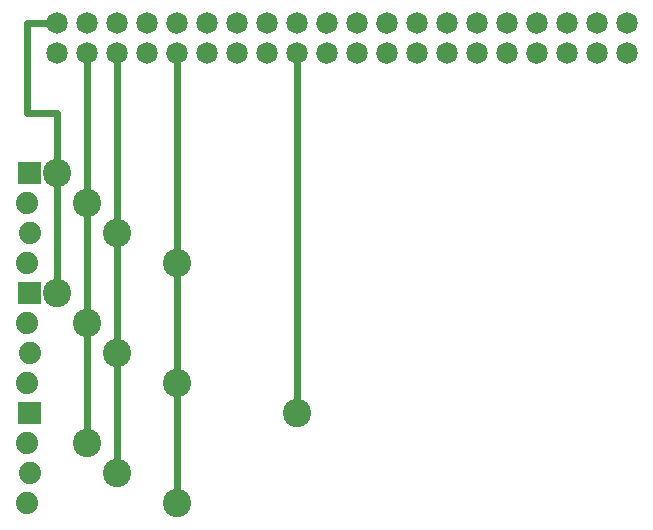
<source format=gtl>
G04 MADE WITH FRITZING*
G04 WWW.FRITZING.ORG*
G04 DOUBLE SIDED*
G04 HOLES PLATED*
G04 CONTOUR ON CENTER OF CONTOUR VECTOR*
%ASAXBY*%
%FSLAX23Y23*%
%MOIN*%
%OFA0B0*%
%SFA1.0B1.0*%
%ADD10C,0.074000*%
%ADD11C,0.094488*%
%ADD12C,0.071889*%
%ADD13C,0.071917*%
%ADD14C,0.024000*%
%ADD15R,0.001000X0.001000*%
%LNCOPPER1*%
G90*
G70*
G54D10*
X158Y416D03*
X148Y316D03*
X158Y216D03*
X148Y116D03*
X158Y416D03*
X148Y316D03*
X158Y216D03*
X148Y116D03*
X158Y816D03*
X148Y716D03*
X158Y616D03*
X148Y516D03*
X158Y816D03*
X148Y716D03*
X158Y616D03*
X148Y516D03*
X158Y1216D03*
X148Y1116D03*
X158Y1016D03*
X148Y916D03*
X158Y1216D03*
X148Y1116D03*
X158Y1016D03*
X148Y916D03*
G54D11*
X248Y1216D03*
X248Y816D03*
X648Y116D03*
X448Y216D03*
X348Y316D03*
X648Y516D03*
X448Y616D03*
X348Y716D03*
X648Y916D03*
X448Y1016D03*
X348Y1116D03*
G54D12*
X248Y1616D03*
X348Y1616D03*
X448Y1616D03*
X548Y1616D03*
G54D13*
X648Y1616D03*
G54D12*
X748Y1616D03*
X848Y1616D03*
X948Y1616D03*
X1048Y1616D03*
G54D13*
X1148Y1616D03*
G54D12*
X1248Y1616D03*
G54D13*
X1348Y1616D03*
G54D12*
X1448Y1616D03*
X1548Y1616D03*
X1648Y1616D03*
X1748Y1616D03*
G54D13*
X1848Y1616D03*
G54D12*
X1948Y1616D03*
X2048Y1616D03*
X2148Y1616D03*
X2148Y1716D03*
X2048Y1716D03*
X1948Y1716D03*
G54D13*
X1848Y1716D03*
G54D12*
X1748Y1716D03*
X1648Y1716D03*
X1548Y1716D03*
X1448Y1716D03*
G54D13*
X1348Y1716D03*
G54D12*
X1248Y1716D03*
G54D13*
X1148Y1716D03*
G54D12*
X1048Y1716D03*
X948Y1716D03*
X848Y1716D03*
X748Y1716D03*
G54D13*
X648Y1716D03*
G54D12*
X548Y1716D03*
X448Y1716D03*
X348Y1716D03*
X248Y1716D03*
G54D11*
X1048Y416D03*
G54D14*
X248Y842D02*
X248Y1189D01*
D02*
X348Y743D02*
X348Y1089D01*
D02*
X448Y643D02*
X448Y989D01*
D02*
X648Y543D02*
X648Y889D01*
D02*
X348Y343D02*
X348Y689D01*
D02*
X448Y243D02*
X448Y589D01*
D02*
X648Y143D02*
X648Y489D01*
D02*
X248Y1416D02*
X148Y1416D01*
D02*
X148Y1416D02*
X148Y1716D01*
D02*
X248Y1242D02*
X248Y1416D01*
D02*
X148Y1716D02*
X214Y1716D01*
D02*
X348Y1142D02*
X348Y1582D01*
D02*
X448Y1042D02*
X448Y1582D01*
D02*
X648Y942D02*
X648Y1582D01*
D02*
X1048Y442D02*
X1048Y1582D01*
G54D15*
X121Y1252D02*
X194Y1252D01*
X121Y1251D02*
X194Y1251D01*
X121Y1250D02*
X194Y1250D01*
X121Y1249D02*
X194Y1249D01*
X121Y1248D02*
X194Y1248D01*
X121Y1247D02*
X194Y1247D01*
X121Y1246D02*
X194Y1246D01*
X121Y1245D02*
X194Y1245D01*
X121Y1244D02*
X194Y1244D01*
X121Y1243D02*
X194Y1243D01*
X121Y1242D02*
X194Y1242D01*
X121Y1241D02*
X194Y1241D01*
X121Y1240D02*
X194Y1240D01*
X121Y1239D02*
X194Y1239D01*
X121Y1238D02*
X194Y1238D01*
X121Y1237D02*
X194Y1237D01*
X121Y1236D02*
X194Y1236D01*
X121Y1235D02*
X151Y1235D01*
X163Y1235D02*
X194Y1235D01*
X121Y1234D02*
X148Y1234D01*
X166Y1234D02*
X194Y1234D01*
X121Y1233D02*
X146Y1233D01*
X168Y1233D02*
X194Y1233D01*
X121Y1232D02*
X145Y1232D01*
X169Y1232D02*
X194Y1232D01*
X121Y1231D02*
X144Y1231D01*
X171Y1231D02*
X194Y1231D01*
X121Y1230D02*
X142Y1230D01*
X172Y1230D02*
X194Y1230D01*
X121Y1229D02*
X142Y1229D01*
X173Y1229D02*
X194Y1229D01*
X121Y1228D02*
X141Y1228D01*
X173Y1228D02*
X194Y1228D01*
X121Y1227D02*
X140Y1227D01*
X174Y1227D02*
X194Y1227D01*
X121Y1226D02*
X139Y1226D01*
X175Y1226D02*
X194Y1226D01*
X121Y1225D02*
X139Y1225D01*
X175Y1225D02*
X194Y1225D01*
X121Y1224D02*
X138Y1224D01*
X176Y1224D02*
X194Y1224D01*
X121Y1223D02*
X138Y1223D01*
X176Y1223D02*
X194Y1223D01*
X121Y1222D02*
X138Y1222D01*
X177Y1222D02*
X194Y1222D01*
X121Y1221D02*
X137Y1221D01*
X177Y1221D02*
X194Y1221D01*
X121Y1220D02*
X137Y1220D01*
X177Y1220D02*
X194Y1220D01*
X121Y1219D02*
X137Y1219D01*
X177Y1219D02*
X194Y1219D01*
X121Y1218D02*
X137Y1218D01*
X177Y1218D02*
X194Y1218D01*
X121Y1217D02*
X137Y1217D01*
X177Y1217D02*
X194Y1217D01*
X121Y1216D02*
X137Y1216D01*
X178Y1216D02*
X194Y1216D01*
X121Y1215D02*
X137Y1215D01*
X178Y1215D02*
X194Y1215D01*
X121Y1214D02*
X137Y1214D01*
X177Y1214D02*
X194Y1214D01*
X121Y1213D02*
X137Y1213D01*
X177Y1213D02*
X194Y1213D01*
X121Y1212D02*
X137Y1212D01*
X177Y1212D02*
X194Y1212D01*
X121Y1211D02*
X137Y1211D01*
X177Y1211D02*
X194Y1211D01*
X121Y1210D02*
X138Y1210D01*
X177Y1210D02*
X194Y1210D01*
X121Y1209D02*
X138Y1209D01*
X176Y1209D02*
X194Y1209D01*
X121Y1208D02*
X138Y1208D01*
X176Y1208D02*
X194Y1208D01*
X121Y1207D02*
X139Y1207D01*
X175Y1207D02*
X194Y1207D01*
X121Y1206D02*
X139Y1206D01*
X175Y1206D02*
X194Y1206D01*
X121Y1205D02*
X140Y1205D01*
X174Y1205D02*
X194Y1205D01*
X121Y1204D02*
X141Y1204D01*
X174Y1204D02*
X194Y1204D01*
X121Y1203D02*
X141Y1203D01*
X173Y1203D02*
X194Y1203D01*
X121Y1202D02*
X142Y1202D01*
X172Y1202D02*
X194Y1202D01*
X121Y1201D02*
X143Y1201D01*
X171Y1201D02*
X194Y1201D01*
X121Y1200D02*
X145Y1200D01*
X170Y1200D02*
X194Y1200D01*
X121Y1199D02*
X146Y1199D01*
X168Y1199D02*
X194Y1199D01*
X121Y1198D02*
X148Y1198D01*
X166Y1198D02*
X194Y1198D01*
X121Y1197D02*
X150Y1197D01*
X164Y1197D02*
X194Y1197D01*
X121Y1196D02*
X156Y1196D01*
X159Y1196D02*
X194Y1196D01*
X121Y1195D02*
X194Y1195D01*
X121Y1194D02*
X194Y1194D01*
X121Y1193D02*
X194Y1193D01*
X121Y1192D02*
X194Y1192D01*
X121Y1191D02*
X194Y1191D01*
X121Y1190D02*
X194Y1190D01*
X121Y1189D02*
X194Y1189D01*
X121Y1188D02*
X194Y1188D01*
X121Y1187D02*
X194Y1187D01*
X121Y1186D02*
X194Y1186D01*
X121Y1185D02*
X194Y1185D01*
X121Y1184D02*
X194Y1184D01*
X121Y1183D02*
X194Y1183D01*
X121Y1182D02*
X194Y1182D01*
X121Y1181D02*
X194Y1181D01*
X121Y1180D02*
X194Y1180D01*
X121Y1179D02*
X193Y1179D01*
X121Y852D02*
X194Y852D01*
X121Y851D02*
X194Y851D01*
X121Y850D02*
X194Y850D01*
X121Y849D02*
X194Y849D01*
X121Y848D02*
X194Y848D01*
X121Y847D02*
X194Y847D01*
X121Y846D02*
X194Y846D01*
X121Y845D02*
X194Y845D01*
X121Y844D02*
X194Y844D01*
X121Y843D02*
X194Y843D01*
X121Y842D02*
X194Y842D01*
X121Y841D02*
X194Y841D01*
X121Y840D02*
X194Y840D01*
X121Y839D02*
X194Y839D01*
X121Y838D02*
X194Y838D01*
X121Y837D02*
X194Y837D01*
X121Y836D02*
X194Y836D01*
X121Y835D02*
X151Y835D01*
X163Y835D02*
X194Y835D01*
X121Y834D02*
X148Y834D01*
X166Y834D02*
X194Y834D01*
X121Y833D02*
X146Y833D01*
X168Y833D02*
X194Y833D01*
X121Y832D02*
X145Y832D01*
X169Y832D02*
X194Y832D01*
X121Y831D02*
X144Y831D01*
X171Y831D02*
X194Y831D01*
X121Y830D02*
X142Y830D01*
X172Y830D02*
X194Y830D01*
X121Y829D02*
X142Y829D01*
X173Y829D02*
X194Y829D01*
X121Y828D02*
X141Y828D01*
X173Y828D02*
X194Y828D01*
X121Y827D02*
X140Y827D01*
X174Y827D02*
X194Y827D01*
X121Y826D02*
X139Y826D01*
X175Y826D02*
X194Y826D01*
X121Y825D02*
X139Y825D01*
X175Y825D02*
X194Y825D01*
X121Y824D02*
X138Y824D01*
X176Y824D02*
X194Y824D01*
X121Y823D02*
X138Y823D01*
X176Y823D02*
X194Y823D01*
X121Y822D02*
X138Y822D01*
X177Y822D02*
X194Y822D01*
X121Y821D02*
X137Y821D01*
X177Y821D02*
X194Y821D01*
X121Y820D02*
X137Y820D01*
X177Y820D02*
X194Y820D01*
X121Y819D02*
X137Y819D01*
X177Y819D02*
X194Y819D01*
X121Y818D02*
X137Y818D01*
X177Y818D02*
X194Y818D01*
X121Y817D02*
X137Y817D01*
X178Y817D02*
X194Y817D01*
X121Y816D02*
X137Y816D01*
X178Y816D02*
X194Y816D01*
X121Y815D02*
X137Y815D01*
X178Y815D02*
X194Y815D01*
X121Y814D02*
X137Y814D01*
X177Y814D02*
X194Y814D01*
X121Y813D02*
X137Y813D01*
X177Y813D02*
X194Y813D01*
X121Y812D02*
X137Y812D01*
X177Y812D02*
X194Y812D01*
X121Y811D02*
X137Y811D01*
X177Y811D02*
X194Y811D01*
X121Y810D02*
X138Y810D01*
X177Y810D02*
X194Y810D01*
X121Y809D02*
X138Y809D01*
X176Y809D02*
X194Y809D01*
X121Y808D02*
X138Y808D01*
X176Y808D02*
X194Y808D01*
X121Y807D02*
X139Y807D01*
X175Y807D02*
X194Y807D01*
X121Y806D02*
X139Y806D01*
X175Y806D02*
X194Y806D01*
X121Y805D02*
X140Y805D01*
X174Y805D02*
X194Y805D01*
X121Y804D02*
X141Y804D01*
X174Y804D02*
X194Y804D01*
X121Y803D02*
X142Y803D01*
X173Y803D02*
X194Y803D01*
X121Y802D02*
X142Y802D01*
X172Y802D02*
X194Y802D01*
X121Y801D02*
X143Y801D01*
X171Y801D02*
X194Y801D01*
X121Y800D02*
X145Y800D01*
X170Y800D02*
X194Y800D01*
X121Y799D02*
X146Y799D01*
X168Y799D02*
X194Y799D01*
X121Y798D02*
X148Y798D01*
X166Y798D02*
X194Y798D01*
X121Y797D02*
X151Y797D01*
X164Y797D02*
X194Y797D01*
X121Y796D02*
X194Y796D01*
X121Y795D02*
X194Y795D01*
X121Y794D02*
X194Y794D01*
X121Y793D02*
X194Y793D01*
X121Y792D02*
X194Y792D01*
X121Y791D02*
X194Y791D01*
X121Y790D02*
X194Y790D01*
X121Y789D02*
X194Y789D01*
X121Y788D02*
X194Y788D01*
X121Y787D02*
X194Y787D01*
X121Y786D02*
X194Y786D01*
X121Y785D02*
X194Y785D01*
X121Y784D02*
X194Y784D01*
X121Y783D02*
X194Y783D01*
X121Y782D02*
X194Y782D01*
X121Y781D02*
X194Y781D01*
X121Y780D02*
X194Y780D01*
X121Y779D02*
X193Y779D01*
X121Y453D02*
X193Y453D01*
X121Y452D02*
X194Y452D01*
X121Y451D02*
X194Y451D01*
X121Y450D02*
X194Y450D01*
X121Y449D02*
X194Y449D01*
X121Y448D02*
X194Y448D01*
X121Y447D02*
X194Y447D01*
X121Y446D02*
X194Y446D01*
X121Y445D02*
X194Y445D01*
X121Y444D02*
X194Y444D01*
X121Y443D02*
X194Y443D01*
X121Y442D02*
X194Y442D01*
X121Y441D02*
X194Y441D01*
X121Y440D02*
X194Y440D01*
X121Y439D02*
X194Y439D01*
X121Y438D02*
X194Y438D01*
X121Y437D02*
X194Y437D01*
X121Y436D02*
X156Y436D01*
X158Y436D02*
X194Y436D01*
X121Y435D02*
X151Y435D01*
X164Y435D02*
X194Y435D01*
X121Y434D02*
X148Y434D01*
X166Y434D02*
X194Y434D01*
X121Y433D02*
X146Y433D01*
X168Y433D02*
X194Y433D01*
X121Y432D02*
X145Y432D01*
X170Y432D02*
X194Y432D01*
X121Y431D02*
X143Y431D01*
X171Y431D02*
X194Y431D01*
X121Y430D02*
X142Y430D01*
X172Y430D02*
X194Y430D01*
X121Y429D02*
X141Y429D01*
X173Y429D02*
X194Y429D01*
X121Y428D02*
X141Y428D01*
X174Y428D02*
X194Y428D01*
X121Y427D02*
X140Y427D01*
X174Y427D02*
X194Y427D01*
X121Y426D02*
X139Y426D01*
X175Y426D02*
X194Y426D01*
X121Y425D02*
X139Y425D01*
X175Y425D02*
X194Y425D01*
X121Y424D02*
X138Y424D01*
X176Y424D02*
X194Y424D01*
X121Y423D02*
X138Y423D01*
X176Y423D02*
X194Y423D01*
X121Y422D02*
X138Y422D01*
X177Y422D02*
X194Y422D01*
X121Y421D02*
X137Y421D01*
X177Y421D02*
X194Y421D01*
X121Y420D02*
X137Y420D01*
X177Y420D02*
X194Y420D01*
X121Y419D02*
X137Y419D01*
X177Y419D02*
X194Y419D01*
X121Y418D02*
X137Y418D01*
X177Y418D02*
X194Y418D01*
X121Y417D02*
X137Y417D01*
X178Y417D02*
X194Y417D01*
X121Y416D02*
X137Y416D01*
X178Y416D02*
X194Y416D01*
X121Y415D02*
X137Y415D01*
X177Y415D02*
X194Y415D01*
X121Y414D02*
X137Y414D01*
X177Y414D02*
X194Y414D01*
X121Y413D02*
X137Y413D01*
X177Y413D02*
X194Y413D01*
X121Y412D02*
X137Y412D01*
X177Y412D02*
X194Y412D01*
X121Y411D02*
X137Y411D01*
X177Y411D02*
X194Y411D01*
X121Y410D02*
X138Y410D01*
X177Y410D02*
X194Y410D01*
X121Y409D02*
X138Y409D01*
X176Y409D02*
X194Y409D01*
X121Y408D02*
X138Y408D01*
X176Y408D02*
X194Y408D01*
X121Y407D02*
X139Y407D01*
X175Y407D02*
X194Y407D01*
X121Y406D02*
X139Y406D01*
X175Y406D02*
X194Y406D01*
X121Y405D02*
X140Y405D01*
X174Y405D02*
X194Y405D01*
X121Y404D02*
X141Y404D01*
X173Y404D02*
X194Y404D01*
X121Y403D02*
X142Y403D01*
X173Y403D02*
X194Y403D01*
X121Y402D02*
X142Y402D01*
X172Y402D02*
X194Y402D01*
X121Y401D02*
X144Y401D01*
X171Y401D02*
X194Y401D01*
X121Y400D02*
X145Y400D01*
X169Y400D02*
X194Y400D01*
X121Y399D02*
X146Y399D01*
X168Y399D02*
X194Y399D01*
X121Y398D02*
X148Y398D01*
X166Y398D02*
X194Y398D01*
X121Y397D02*
X151Y397D01*
X163Y397D02*
X194Y397D01*
X121Y396D02*
X194Y396D01*
X121Y395D02*
X194Y395D01*
X121Y394D02*
X194Y394D01*
X121Y393D02*
X194Y393D01*
X121Y392D02*
X194Y392D01*
X121Y391D02*
X194Y391D01*
X121Y390D02*
X194Y390D01*
X121Y389D02*
X194Y389D01*
X121Y388D02*
X194Y388D01*
X121Y387D02*
X194Y387D01*
X121Y386D02*
X194Y386D01*
X121Y385D02*
X194Y385D01*
X121Y384D02*
X194Y384D01*
X121Y383D02*
X194Y383D01*
X121Y382D02*
X194Y382D01*
X121Y381D02*
X194Y381D01*
X121Y380D02*
X194Y380D01*
D02*
G04 End of Copper1*
M02*
</source>
